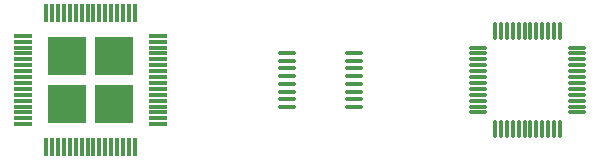
<source format=gbr>
%TF.GenerationSoftware,KiCad,Pcbnew,7.0.11-rc3*%
%TF.CreationDate,2025-03-16T23:32:14+08:00*%
%TF.ProjectId,stencil,7374656e-6369-46c2-9e6b-696361645f70,rev?*%
%TF.SameCoordinates,Original*%
%TF.FileFunction,Paste,Top*%
%TF.FilePolarity,Positive*%
%FSLAX46Y46*%
G04 Gerber Fmt 4.6, Leading zero omitted, Abs format (unit mm)*
G04 Created by KiCad (PCBNEW 7.0.11-rc3) date 2025-03-16 23:32:14*
%MOMM*%
%LPD*%
G01*
G04 APERTURE LIST*
G04 Aperture macros list*
%AMRoundRect*
0 Rectangle with rounded corners*
0 $1 Rounding radius*
0 $2 $3 $4 $5 $6 $7 $8 $9 X,Y pos of 4 corners*
0 Add a 4 corners polygon primitive as box body*
4,1,4,$2,$3,$4,$5,$6,$7,$8,$9,$2,$3,0*
0 Add four circle primitives for the rounded corners*
1,1,$1+$1,$2,$3*
1,1,$1+$1,$4,$5*
1,1,$1+$1,$6,$7*
1,1,$1+$1,$8,$9*
0 Add four rect primitives between the rounded corners*
20,1,$1+$1,$2,$3,$4,$5,0*
20,1,$1+$1,$4,$5,$6,$7,0*
20,1,$1+$1,$6,$7,$8,$9,0*
20,1,$1+$1,$8,$9,$2,$3,0*%
G04 Aperture macros list end*
%ADD10RoundRect,0.100000X-0.637500X-0.100000X0.637500X-0.100000X0.637500X0.100000X-0.637500X0.100000X0*%
%ADD11RoundRect,0.075000X-0.662500X-0.075000X0.662500X-0.075000X0.662500X0.075000X-0.662500X0.075000X0*%
%ADD12RoundRect,0.075000X-0.075000X-0.662500X0.075000X-0.662500X0.075000X0.662500X-0.075000X0.662500X0*%
%ADD13R,3.200000X3.200000*%
%ADD14R,1.500000X0.300000*%
%ADD15R,0.300000X1.500000*%
G04 APERTURE END LIST*
D10*
%TO.C,U2*%
X93762500Y-60000000D03*
X93762500Y-60650000D03*
X93762500Y-61300000D03*
X93762500Y-61950000D03*
X93762500Y-62600000D03*
X93762500Y-63250000D03*
X93762500Y-63900000D03*
X93762500Y-64550000D03*
X99487500Y-64550000D03*
X99487500Y-63900000D03*
X99487500Y-63250000D03*
X99487500Y-62600000D03*
X99487500Y-61950000D03*
X99487500Y-61300000D03*
X99487500Y-60650000D03*
X99487500Y-60000000D03*
%TD*%
D11*
%TO.C,U1*%
X110000000Y-59525000D03*
X110000000Y-60025000D03*
X110000000Y-60525000D03*
X110000000Y-61025000D03*
X110000000Y-61525000D03*
X110000000Y-62025000D03*
X110000000Y-62525000D03*
X110000000Y-63025000D03*
X110000000Y-63525000D03*
X110000000Y-64025000D03*
X110000000Y-64525000D03*
X110000000Y-65025000D03*
D12*
X111412500Y-66437500D03*
X111912500Y-66437500D03*
X112412500Y-66437500D03*
X112912500Y-66437500D03*
X113412500Y-66437500D03*
X113912500Y-66437500D03*
X114412500Y-66437500D03*
X114912500Y-66437500D03*
X115412500Y-66437500D03*
X115912500Y-66437500D03*
X116412500Y-66437500D03*
X116912500Y-66437500D03*
D11*
X118325000Y-65025000D03*
X118325000Y-64525000D03*
X118325000Y-64025000D03*
X118325000Y-63525000D03*
X118325000Y-63025000D03*
X118325000Y-62525000D03*
X118325000Y-62025000D03*
X118325000Y-61525000D03*
X118325000Y-61025000D03*
X118325000Y-60525000D03*
X118325000Y-60025000D03*
X118325000Y-59525000D03*
D12*
X116912500Y-58112500D03*
X116412500Y-58112500D03*
X115912500Y-58112500D03*
X115412500Y-58112500D03*
X114912500Y-58112500D03*
X114412500Y-58112500D03*
X113912500Y-58112500D03*
X113412500Y-58112500D03*
X112912500Y-58112500D03*
X112412500Y-58112500D03*
X111912500Y-58112500D03*
X111412500Y-58112500D03*
%TD*%
D13*
%TO.C,U3*%
X75162500Y-60275000D03*
X75162500Y-64275000D03*
X79162500Y-60275000D03*
X79162500Y-64275000D03*
D14*
X71462500Y-58525000D03*
X71462500Y-59025000D03*
X71462500Y-59525000D03*
X71462500Y-60025000D03*
X71462500Y-60525000D03*
X71462500Y-61025000D03*
X71462500Y-61525000D03*
X71462500Y-62025000D03*
X71462500Y-62525000D03*
X71462500Y-63025000D03*
X71462500Y-63525000D03*
X71462500Y-64025000D03*
X71462500Y-64525000D03*
X71462500Y-65025000D03*
X71462500Y-65525000D03*
X71462500Y-66025000D03*
D15*
X73412500Y-67975000D03*
X73912500Y-67975000D03*
X74412500Y-67975000D03*
X74912500Y-67975000D03*
X75412500Y-67975000D03*
X75912500Y-67975000D03*
X76412500Y-67975000D03*
X76912500Y-67975000D03*
X77412500Y-67975000D03*
X77912500Y-67975000D03*
X78412500Y-67975000D03*
X78912500Y-67975000D03*
X79412500Y-67975000D03*
X79912500Y-67975000D03*
X80412500Y-67975000D03*
X80912500Y-67975000D03*
D14*
X82862500Y-66025000D03*
X82862500Y-65525000D03*
X82862500Y-65025000D03*
X82862500Y-64525000D03*
X82862500Y-64025000D03*
X82862500Y-63525000D03*
X82862500Y-63025000D03*
X82862500Y-62525000D03*
X82862500Y-62025000D03*
X82862500Y-61525000D03*
X82862500Y-61025000D03*
X82862500Y-60525000D03*
X82862500Y-60025000D03*
X82862500Y-59525000D03*
X82862500Y-59025000D03*
X82862500Y-58525000D03*
D15*
X80912500Y-56575000D03*
X80412500Y-56575000D03*
X79912500Y-56575000D03*
X79412500Y-56575000D03*
X78912500Y-56575000D03*
X78412500Y-56575000D03*
X77912500Y-56575000D03*
X77412500Y-56575000D03*
X76912500Y-56575000D03*
X76412500Y-56575000D03*
X75912500Y-56575000D03*
X75412500Y-56575000D03*
X74912500Y-56575000D03*
X74412500Y-56575000D03*
X73912500Y-56575000D03*
X73412500Y-56575000D03*
%TD*%
M02*

</source>
